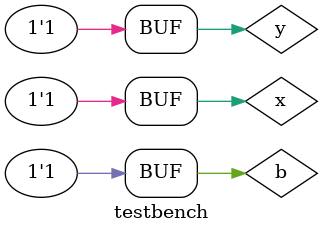
<source format=v>
module testbench();
  reg x, y, b;
  wire borrow, difference;

  full_subtractor ag(borrow, difference, x, y, b);

  initial begin
    x = 1'b0; y = 1'b0; b = 1'b0;
    #50 x = 1'b0; y = 1'b0; b = 1'b1;
    #50 x = 1'b0; y = 1'b1; b = 1'b0;
    #50 x = 1'b0; y = 1'b1; b = 1'b1;
    #50 x = 1'b1; y = 1'b0; b = 1'b0;
    #50 x = 1'b1; y = 1'b0; b = 1'b1;
    #50 x = 1'b1; y = 1'b1; b = 1'b0;
    #50 x = 1'b1; y = 1'b1; b = 1'b1;
  end
endmodule

</source>
